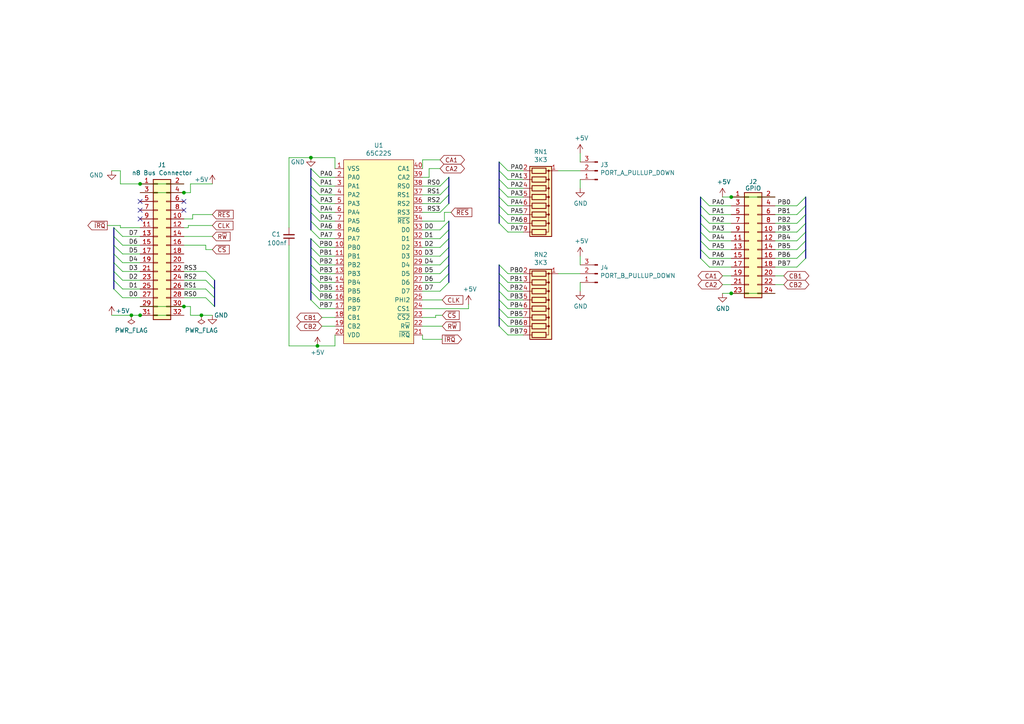
<source format=kicad_sch>
(kicad_sch (version 20230121) (generator eeschema)
  (paper "A4")
  (title_block (title "Viaduct") (date "2021-03-13") (rev "1") (comment 1 "GPIO n8 Bus expansion card") (comment 2 "Uses a VIA to provide 2 ports of GPIO"))
  (lib_symbols
    (symbol "Connector_Generic:Conn_02x12_Odd_Even" (pin_names (offset 1.016) hide)
      (property "Reference" "J" (at 1.27 15.24 0))
      (property "Value" "Conn_02x12_Odd_Even" (at 1.27 -17.78 0))
      (symbol "Conn_02x12_Odd_Even_1_1"
        (rectangle (start -1.27 -15.113) (end 0 -15.367) (stroke (width 0.1524)))
        (rectangle (start -1.27 -12.573) (end 0 -12.827) (stroke (width 0.1524)))
        (rectangle (start -1.27 -10.033) (end 0 -10.287) (stroke (width 0.1524)))
        (rectangle (start -1.27 -7.493) (end 0 -7.747) (stroke (width 0.1524)))
        (rectangle (start -1.27 -4.953) (end 0 -5.207) (stroke (width 0.1524)))
        (rectangle (start -1.27 -2.413) (end 0 -2.667) (stroke (width 0.1524)))
        (rectangle (start -1.27 0.127) (end 0 -0.127) (stroke (width 0.1524)))
        (rectangle (start -1.27 2.667) (end 0 2.413) (stroke (width 0.1524)))
        (rectangle (start -1.27 5.207) (end 0 4.953) (stroke (width 0.1524)))
        (rectangle (start -1.27 7.747) (end 0 7.493) (stroke (width 0.1524)))
        (rectangle (start -1.27 10.287) (end 0 10.033) (stroke (width 0.1524)))
        (rectangle (start -1.27 12.827) (end 0 12.573) (stroke (width 0.1524)))
        (rectangle (start -1.27 13.97) (end 3.81 -16.51) (stroke (width 0.254)) (fill (type background)))
        (rectangle (start 3.81 -15.113) (end 2.54 -15.367) (stroke (width 0.1524)))
        (rectangle (start 3.81 -12.573) (end 2.54 -12.827) (stroke (width 0.1524)))
        (rectangle (start 3.81 -10.033) (end 2.54 -10.287) (stroke (width 0.1524)))
        (rectangle (start 3.81 -7.493) (end 2.54 -7.747) (stroke (width 0.1524)))
        (rectangle (start 3.81 -4.953) (end 2.54 -5.207) (stroke (width 0.1524)))
        (rectangle (start 3.81 -2.413) (end 2.54 -2.667) (stroke (width 0.1524)))
        (rectangle (start 3.81 0.127) (end 2.54 -0.127) (stroke (width 0.1524)))
        (rectangle (start 3.81 2.667) (end 2.54 2.413) (stroke (width 0.1524)))
        (rectangle (start 3.81 5.207) (end 2.54 4.953) (stroke (width 0.1524)))
        (rectangle (start 3.81 7.747) (end 2.54 7.493) (stroke (width 0.1524)))
        (rectangle (start 3.81 10.287) (end 2.54 10.033) (stroke (width 0.1524)))
        (rectangle (start 3.81 12.827) (end 2.54 12.573) (stroke (width 0.1524)))
        (pin passive line (at -5.08 12.7 0) (length 3.81) (name "Pin_1") (number "1"))
        (pin passive line (at 7.62 2.54 180) (length 3.81) (name "Pin_10") (number "10"))
        (pin passive line (at -5.08 0 0) (length 3.81) (name "Pin_11") (number "11"))
        (pin passive line (at 7.62 0 180) (length 3.81) (name "Pin_12") (number "12"))
        (pin passive line (at -5.08 -2.54 0) (length 3.81) (name "Pin_13") (number "13"))
        (pin passive line (at 7.62 -2.54 180) (length 3.81) (name "Pin_14") (number "14"))
        (pin passive line (at -5.08 -5.08 0) (length 3.81) (name "Pin_15") (number "15"))
        (pin passive line (at 7.62 -5.08 180) (length 3.81) (name "Pin_16") (number "16"))
        (pin passive line (at -5.08 -7.62 0) (length 3.81) (name "Pin_17") (number "17"))
        (pin passive line (at 7.62 -7.62 180) (length 3.81) (name "Pin_18") (number "18"))
        (pin passive line (at -5.08 -10.16 0) (length 3.81) (name "Pin_19") (number "19"))
        (pin passive line (at 7.62 12.7 180) (length 3.81) (name "Pin_2") (number "2"))
        (pin passive line (at 7.62 -10.16 180) (length 3.81) (name "Pin_20") (number "20"))
        (pin passive line (at -5.08 -12.7 0) (length 3.81) (name "Pin_21") (number "21"))
        (pin passive line (at 7.62 -12.7 180) (length 3.81) (name "Pin_22") (number "22"))
        (pin passive line (at -5.08 -15.24 0) (length 3.81) (name "Pin_23") (number "23"))
        (pin passive line (at 7.62 -15.24 180) (length 3.81) (name "Pin_24") (number "24"))
        (pin passive line (at -5.08 10.16 0) (length 3.81) (name "Pin_3") (number "3"))
        (pin passive line (at 7.62 10.16 180) (length 3.81) (name "Pin_4") (number "4"))
        (pin passive line (at -5.08 7.62 0) (length 3.81) (name "Pin_5") (number "5"))
        (pin passive line (at 7.62 7.62 180) (length 3.81) (name "Pin_6") (number "6"))
        (pin passive line (at -5.08 5.08 0) (length 3.81) (name "Pin_7") (number "7"))
        (pin passive line (at 7.62 5.08 180) (length 3.81) (name "Pin_8") (number "8"))
        (pin passive line (at -5.08 2.54 0) (length 3.81) (name "Pin_9") (number "9"))
      )
    )
    (symbol "Connector_Generic:Conn_02x16_Odd_Even" (pin_names (offset 1.016) hide)
      (property "Reference" "J" (at 1.27 20.32 0))
      (property "Value" "Conn_02x16_Odd_Even" (at 1.27 -22.86 0))
      (symbol "Conn_02x16_Odd_Even_1_1"
        (rectangle (start -1.27 -20.193) (end 0 -20.447) (stroke (width 0.1524)))
        (rectangle (start -1.27 -17.653) (end 0 -17.907) (stroke (width 0.1524)))
        (rectangle (start -1.27 -15.113) (end 0 -15.367) (stroke (width 0.1524)))
        (rectangle (start -1.27 -12.573) (end 0 -12.827) (stroke (width 0.1524)))
        (rectangle (start -1.27 -10.033) (end 0 -10.287) (stroke (width 0.1524)))
        (rectangle (start -1.27 -7.493) (end 0 -7.747) (stroke (width 0.1524)))
        (rectangle (start -1.27 -4.953) (end 0 -5.207) (stroke (width 0.1524)))
        (rectangle (start -1.27 -2.413) (end 0 -2.667) (stroke (width 0.1524)))
        (rectangle (start -1.27 0.127) (end 0 -0.127) (stroke (width 0.1524)))
        (rectangle (start -1.27 2.667) (end 0 2.413) (stroke (width 0.1524)))
        (rectangle (start -1.27 5.207) (end 0 4.953) (stroke (width 0.1524)))
        (rectangle (start -1.27 7.747) (end 0 7.493) (stroke (width 0.1524)))
        (rectangle (start -1.27 10.287) (end 0 10.033) (stroke (width 0.1524)))
        (rectangle (start -1.27 12.827) (end 0 12.573) (stroke (width 0.1524)))
        (rectangle (start -1.27 15.367) (end 0 15.113) (stroke (width 0.1524)))
        (rectangle (start -1.27 17.907) (end 0 17.653) (stroke (width 0.1524)))
        (rectangle (start -1.27 19.05) (end 3.81 -21.59) (stroke (width 0.254)) (fill (type background)))
        (rectangle (start 3.81 -20.193) (end 2.54 -20.447) (stroke (width 0.1524)))
        (rectangle (start 3.81 -17.653) (end 2.54 -17.907) (stroke (width 0.1524)))
        (rectangle (start 3.81 -15.113) (end 2.54 -15.367) (stroke (width 0.1524)))
        (rectangle (start 3.81 -12.573) (end 2.54 -12.827) (stroke (width 0.1524)))
        (rectangle (start 3.81 -10.033) (end 2.54 -10.287) (stroke (width 0.1524)))
        (rectangle (start 3.81 -7.493) (end 2.54 -7.747) (stroke (width 0.1524)))
        (rectangle (start 3.81 -4.953) (end 2.54 -5.207) (stroke (width 0.1524)))
        (rectangle (start 3.81 -2.413) (end 2.54 -2.667) (stroke (width 0.1524)))
        (rectangle (start 3.81 0.127) (end 2.54 -0.127) (stroke (width 0.1524)))
        (rectangle (start 3.81 2.667) (end 2.54 2.413) (stroke (width 0.1524)))
        (rectangle (start 3.81 5.207) (end 2.54 4.953) (stroke (width 0.1524)))
        (rectangle (start 3.81 7.747) (end 2.54 7.493) (stroke (width 0.1524)))
        (rectangle (start 3.81 10.287) (end 2.54 10.033) (stroke (width 0.1524)))
        (rectangle (start 3.81 12.827) (end 2.54 12.573) (stroke (width 0.1524)))
        (rectangle (start 3.81 15.367) (end 2.54 15.113) (stroke (width 0.1524)))
        (rectangle (start 3.81 17.907) (end 2.54 17.653) (stroke (width 0.1524)))
        (pin passive line (at -5.08 17.78 0) (length 3.81) (name "Pin_1") (number "1"))
        (pin passive line (at 7.62 7.62 180) (length 3.81) (name "Pin_10") (number "10"))
        (pin passive line (at -5.08 5.08 0) (length 3.81) (name "Pin_11") (number "11"))
        (pin passive line (at 7.62 5.08 180) (length 3.81) (name "Pin_12") (number "12"))
        (pin passive line (at -5.08 2.54 0) (length 3.81) (name "Pin_13") (number "13"))
        (pin passive line (at 7.62 2.54 180) (length 3.81) (name "Pin_14") (number "14"))
        (pin passive line (at -5.08 0 0) (length 3.81) (name "Pin_15") (number "15"))
        (pin passive line (at 7.62 0 180) (length 3.81) (name "Pin_16") (number "16"))
        (pin passive line (at -5.08 -2.54 0) (length 3.81) (name "Pin_17") (number "17"))
        (pin passive line (at 7.62 -2.54 180) (length 3.81) (name "Pin_18") (number "18"))
        (pin passive line (at -5.08 -5.08 0) (length 3.81) (name "Pin_19") (number "19"))
        (pin passive line (at 7.62 17.78 180) (length 3.81) (name "Pin_2") (number "2"))
        (pin passive line (at 7.62 -5.08 180) (length 3.81) (name "Pin_20") (number "20"))
        (pin passive line (at -5.08 -7.62 0) (length 3.81) (name "Pin_21") (number "21"))
        (pin passive line (at 7.62 -7.62 180) (length 3.81) (name "Pin_22") (number "22"))
        (pin passive line (at -5.08 -10.16 0) (length 3.81) (name "Pin_23") (number "23"))
        (pin passive line (at 7.62 -10.16 180) (length 3.81) (name "Pin_24") (number "24"))
        (pin passive line (at -5.08 -12.7 0) (length 3.81) (name "Pin_25") (number "25"))
        (pin passive line (at 7.62 -12.7 180) (length 3.81) (name "Pin_26") (number "26"))
        (pin passive line (at -5.08 -15.24 0) (length 3.81) (name "Pin_27") (number "27"))
        (pin passive line (at 7.62 -15.24 180) (length 3.81) (name "Pin_28") (number "28"))
        (pin passive line (at -5.08 -17.78 0) (length 3.81) (name "Pin_29") (number "29"))
        (pin passive line (at -5.08 15.24 0) (length 3.81) (name "Pin_3") (number "3"))
        (pin passive line (at 7.62 -17.78 180) (length 3.81) (name "Pin_30") (number "30"))
        (pin passive line (at -5.08 -20.32 0) (length 3.81) (name "Pin_31") (number "31"))
        (pin passive line (at 7.62 -20.32 180) (length 3.81) (name "Pin_32") (number "32"))
        (pin passive line (at 7.62 15.24 180) (length 3.81) (name "Pin_4") (number "4"))
        (pin passive line (at -5.08 12.7 0) (length 3.81) (name "Pin_5") (number "5"))
        (pin passive line (at 7.62 12.7 180) (length 3.81) (name "Pin_6") (number "6"))
        (pin passive line (at -5.08 10.16 0) (length 3.81) (name "Pin_7") (number "7"))
        (pin passive line (at 7.62 10.16 180) (length 3.81) (name "Pin_8") (number "8"))
        (pin passive line (at -5.08 7.62 0) (length 3.81) (name "Pin_9") (number "9"))
      )
    )
    (symbol "Device:C_Small" (pin_numbers hide) (pin_names (offset 0.254) hide)
      (property "Reference" "C" (at 0.254 1.778 0))
      (property "Value" "C_Small" (at 0.254 -2.032 0))
      (symbol "C_Small_0_1"
        (polyline (pts (xy -1.524 -0.508) (xy 1.524 -0.508)) (stroke (width 0.3302)))
        (polyline (pts (xy -1.524 0.508) (xy 1.524 0.508)) (stroke (width 0.3048)))
      )
      (symbol "C_Small_1_1"
        (pin passive line (at 0 2.54 270) (length 2.032) (name "~") (number "1"))
        (pin passive line (at 0 -2.54 90) (length 2.032) (name "~") (number "2"))
      )
    )
    (symbol "Device:R_Network08" (pin_names (offset 0) hide)
      (property "Reference" "RN" (at -12.7 0 90))
      (property "Value" "R_Network08" (at 10.16 0 90))
      (symbol "R_Network08_0_1"
        (rectangle (start -11.43 -3.175) (end 8.89 3.175) (stroke (width 0.254)) (fill (type background)))
        (rectangle (start -10.922 1.524) (end -9.398 -2.54) (stroke (width 0.254)))
        (circle (center -10.16 2.286) (radius 0.254) (fill (type outline)))
        (rectangle (start -8.382 1.524) (end -6.858 -2.54) (stroke (width 0.254)))
        (circle (center -7.62 2.286) (radius 0.254) (fill (type outline)))
        (rectangle (start -5.842 1.524) (end -4.318 -2.54) (stroke (width 0.254)))
        (circle (center -5.08 2.286) (radius 0.254) (fill (type outline)))
        (rectangle (start -3.302 1.524) (end -1.778 -2.54) (stroke (width 0.254)))
        (circle (center -2.54 2.286) (radius 0.254) (fill (type outline)))
        (rectangle (start -0.762 1.524) (end 0.762 -2.54) (stroke (width 0.254)))
        (polyline (pts (xy -10.16 -2.54) (xy -10.16 -3.81)))
        (polyline (pts (xy -7.62 -2.54) (xy -7.62 -3.81)))
        (polyline (pts (xy -5.08 -2.54) (xy -5.08 -3.81)))
        (polyline (pts (xy -2.54 -2.54) (xy -2.54 -3.81)))
        (polyline (pts (xy 0 -2.54) (xy 0 -3.81)))
        (polyline (pts (xy 2.54 -2.54) (xy 2.54 -3.81)))
        (polyline (pts (xy 5.08 -2.54) (xy 5.08 -3.81)))
        (polyline (pts (xy 7.62 -2.54) (xy 7.62 -3.81)))
        (polyline (pts (xy -10.16 1.524) (xy -10.16 2.286) (xy -7.62 2.286) (xy -7.62 1.524)))
        (polyline (pts (xy -7.62 1.524) (xy -7.62 2.286) (xy -5.08 2.286) (xy -5.08 1.524)))
        (polyline (pts (xy -5.08 1.524) (xy -5.08 2.286) (xy -2.54 2.286) (xy -2.54 1.524)))
        (polyline (pts (xy -2.54 1.524) (xy -2.54 2.286) (xy 0 2.286) (xy 0 1.524)))
        (polyline (pts (xy 0 1.524) (xy 0 2.286) (xy 2.54 2.286) (xy 2.54 1.524)))
        (polyline (pts (xy 2.54 1.524) (xy 2.54 2.286) (xy 5.08 2.286) (xy 5.08 1.524)))
        (polyline (pts (xy 5.08 1.524) (xy 5.08 2.286) (xy 7.62 2.286) (xy 7.62 1.524)))
        (circle (center 0 2.286) (radius 0.254) (fill (type outline)))
        (rectangle (start 1.778 1.524) (end 3.302 -2.54) (stroke (width 0.254)))
        (circle (center 2.54 2.286) (radius 0.254) (fill (type outline)))
        (rectangle (start 4.318 1.524) (end 5.842 -2.54) (stroke (width 0.254)))
        (circle (center 5.08 2.286) (radius 0.254) (fill (type outline)))
        (rectangle (start 6.858 1.524) (end 8.382 -2.54) (stroke (width 0.254)))
      )
      (symbol "R_Network08_1_1"
        (pin passive line (at -10.16 5.08 270) (length 2.54) (name "common") (number "1"))
        (pin passive line (at -10.16 -5.08 90) (length 1.27) (name "R1") (number "2"))
        (pin passive line (at -7.62 -5.08 90) (length 1.27) (name "R2") (number "3"))
        (pin passive line (at -5.08 -5.08 90) (length 1.27) (name "R3") (number "4"))
        (pin passive line (at -2.54 -5.08 90) (length 1.27) (name "R4") (number "5"))
        (pin passive line (at 0 -5.08 90) (length 1.27) (name "R5") (number "6"))
        (pin passive line (at 2.54 -5.08 90) (length 1.27) (name "R6") (number "7"))
        (pin passive line (at 5.08 -5.08 90) (length 1.27) (name "R7") (number "8"))
        (pin passive line (at 7.62 -5.08 90) (length 1.27) (name "R8") (number "9"))
      )
    )
    (symbol "power:+5V" (power) (pin_names (offset 0))
      (property "Value" "+5V" (at 0 3.556 0))
      (symbol "+5V_0_1"
        (polyline (pts (xy -0.762 1.27) (xy 0 2.54)))
        (polyline (pts (xy 0 0) (xy 0 2.54)))
        (polyline (pts (xy 0 2.54) (xy 0.762 1.27)))
      )
      (symbol "+5V_1_1"
        (pin power_in line (at 0 0 90) (length 0) hide (name "+5V") (number "1"))
      )
    )
    (symbol "power:GND" (power) (pin_names (offset 0))
      (property "Value" "GND" (at 0 -3.81 0))
      (symbol "GND_0_1"
        (polyline (pts (xy 0 0) (xy 0 -1.27) (xy 1.27 -1.27) (xy 0 -2.54) (xy -1.27 -1.27) (xy 0 -1.27)))
      )
      (symbol "GND_1_1"
        (pin power_in line (at 0 0 270) (length 0) hide (name "GND") (number "1"))
      )
    )
    (symbol "power:PWR_FLAG" (power) (pin_numbers hide) (pin_names (offset 0) hide)
      (property "Value" "PWR_FLAG" (at 0 3.81 0))
      (symbol "PWR_FLAG_0_0"
        (pin power_out line (at 0 0 90) (length 0) (name "pwr") (number "1"))
      )
      (symbol "PWR_FLAG_0_1"
        (polyline (pts (xy 0 0) (xy 0 1.27) (xy -1.016 1.905) (xy 0 2.54) (xy 1.016 1.905) (xy 0 1.27)))
      )
    )
    (symbol "viaduct-rescue:65C22S-6502" (pin_names (offset 1.016))
      (property "Reference" "U" (at 0 -1.27 0))
      (property "Value" "65C22S-6502" (at 0 1.27 0))
      (symbol "65C22S-6502_1_1"
        (rectangle (start -10.16 25.4) (end 10.16 -27.94) (fill (type background)))
        (pin power_in line (at -12.7 22.86 0) (length 2.54) (name "VSS") (number "1"))
        (pin bidirectional line (at -12.7 0 0) (length 2.54) (name "PB0") (number "10"))
        (pin bidirectional line (at -12.7 -2.54 0) (length 2.54) (name "PB1") (number "11"))
        (pin bidirectional line (at -12.7 -5.08 0) (length 2.54) (name "PB2") (number "12"))
        (pin bidirectional line (at -12.7 -7.62 0) (length 2.54) (name "PB3") (number "13"))
        (pin bidirectional line (at -12.7 -10.16 0) (length 2.54) (name "PB4") (number "14"))
        (pin bidirectional line (at -12.7 -12.7 0) (length 2.54) (name "PB5") (number "15"))
        (pin bidirectional line (at -12.7 -15.24 0) (length 2.54) (name "PB6") (number "16"))
        (pin bidirectional line (at -12.7 -17.78 0) (length 2.54) (name "PB7") (number "17"))
        (pin bidirectional line (at -12.7 -20.32 0) (length 2.54) (name "CB1") (number "18"))
        (pin bidirectional line (at -12.7 -22.86 0) (length 2.54) (name "CB2") (number "19"))
        (pin bidirectional line (at -12.7 20.32 0) (length 2.54) (name "PA0") (number "2"))
        (pin power_in line (at -12.7 -25.4 0) (length 2.54) (name "VDD") (number "20"))
        (pin output line (at 12.7 -25.4 180) (length 2.54) (name "~{IRQ}") (number "21"))
        (pin input line (at 12.7 -22.86 180) (length 2.54) (name "R~{W}") (number "22"))
        (pin input line (at 12.7 -20.32 180) (length 2.54) (name "~{CS2}") (number "23"))
        (pin input line (at 12.7 -17.78 180) (length 2.54) (name "CS1") (number "24"))
        (pin input line (at 12.7 -15.24 180) (length 2.54) (name "PHI2") (number "25"))
        (pin bidirectional line (at 12.7 -12.7 180) (length 2.54) (name "D7") (number "26"))
        (pin bidirectional line (at 12.7 -10.16 180) (length 2.54) (name "D6") (number "27"))
        (pin bidirectional line (at 12.7 -7.62 180) (length 2.54) (name "D5") (number "28"))
        (pin bidirectional line (at 12.7 -5.08 180) (length 2.54) (name "D4") (number "29"))
        (pin bidirectional line (at -12.7 17.78 0) (length 2.54) (name "PA1") (number "3"))
        (pin bidirectional line (at 12.7 -2.54 180) (length 2.54) (name "D3") (number "30"))
        (pin bidirectional line (at 12.7 0 180) (length 2.54) (name "D2") (number "31"))
        (pin bidirectional line (at 12.7 2.54 180) (length 2.54) (name "D1") (number "32"))
        (pin bidirectional line (at 12.7 5.08 180) (length 2.54) (name "D0") (number "33"))
        (pin input line (at 12.7 7.62 180) (length 2.54) (name "~{RES}") (number "34"))
        (pin input line (at 12.7 10.16 180) (length 2.54) (name "RS3") (number "35"))
        (pin input line (at 12.7 12.7 180) (length 2.54) (name "RS2") (number "36"))
        (pin input line (at 12.7 15.24 180) (length 2.54) (name "RS1") (number "37"))
        (pin input line (at 12.7 17.78 180) (length 2.54) (name "RS0") (number "38"))
        (pin bidirectional line (at 12.7 20.32 180) (length 2.54) (name "CA2") (number "39"))
        (pin bidirectional line (at -12.7 15.24 0) (length 2.54) (name "PA2") (number "4"))
        (pin bidirectional line (at 12.7 22.86 180) (length 2.54) (name "CA1") (number "40"))
        (pin bidirectional line (at -12.7 12.7 0) (length 2.54) (name "PA3") (number "5"))
        (pin bidirectional line (at -12.7 10.16 0) (length 2.54) (name "PA4") (number "6"))
        (pin bidirectional line (at -12.7 7.62 0) (length 2.54) (name "PA5") (number "7"))
        (pin bidirectional line (at -12.7 5.08 0) (length 2.54) (name "PA6") (number "8"))
        (pin bidirectional line (at -12.7 2.54 0) (length 2.54) (name "PA7") (number "9"))
      )
    )
    (symbol "viaduct-rescue:Conn_01x03_Male-Connector" (pin_names (offset 1.016) hide)
      (property "Reference" "J" (at 0 5.08 0))
      (property "Value" "Connector_Conn_01x03_Male" (at 0 -5.08 0))
      (symbol "Conn_01x03_Male-Connector_1_1"
        (polyline (pts (xy 1.27 -2.54) (xy 0.8636 -2.54)) (stroke (width 0.1524)))
        (polyline (pts (xy 1.27 0) (xy 0.8636 0)) (stroke (width 0.1524)))
        (polyline (pts (xy 1.27 2.54) (xy 0.8636 2.54)) (stroke (width 0.1524)))
        (rectangle (start 0.8636 -2.413) (end 0 -2.667) (stroke (width 0.1524)) (fill (type outline)))
        (rectangle (start 0.8636 0.127) (end 0 -0.127) (stroke (width 0.1524)) (fill (type outline)))
        (rectangle (start 0.8636 2.667) (end 0 2.413) (stroke (width 0.1524)) (fill (type outline)))
        (pin passive line (at 5.08 2.54 180) (length 3.81) (name "Pin_1") (number "1"))
        (pin passive line (at 5.08 0 180) (length 3.81) (name "Pin_2") (number "2"))
        (pin passive line (at 5.08 -2.54 180) (length 3.81) (name "Pin_3") (number "3"))
      )
    )
  )
  (junction (at 38.1 91.44))
  (junction (at 212.09 85.09))
  (junction (at 92.075 100.33))
  (junction (at 212.09 57.15))
  (junction (at 40.64 53.34))
  (junction (at 40.64 91.44))
  (junction (at 90.17 45.72))
  (junction (at 53.34 88.9))
  (junction (at 58.42 91.44))
  (junction (at 53.34 55.88))
  (no_connect (at 40.64 58.42))
  (no_connect (at 40.64 63.5))
  (no_connect (at 53.34 58.42))
  (no_connect (at 53.34 60.96))
  (no_connect (at 40.64 60.96))
  (bus_entry (at 233.68 64.77) (size -2.54 2.54))
  (bus_entry (at 90.17 56.515) (size 2.54 2.54))
  (bus_entry (at 144.78 59.69) (size 2.54 2.54))
  (bus_entry (at 203.2 62.23) (size 2.54 2.54))
  (bus_entry (at 35.56 73.66) (size -2.54 -2.54))
  (bus_entry (at 90.17 48.895) (size 2.54 2.54))
  (bus_entry (at 203.2 59.69) (size 2.54 2.54))
  (bus_entry (at 90.17 66.675) (size 2.54 2.54))
  (bus_entry (at 90.17 71.755) (size 2.54 2.54))
  (bus_entry (at 62.23 86.36) (size -2.54 -2.54))
  (bus_entry (at 144.78 52.07) (size 2.54 2.54))
  (bus_entry (at 233.68 74.93) (size -2.54 2.54))
  (bus_entry (at 130.175 66.675) (size -2.54 2.54))
  (bus_entry (at 144.78 81.915) (size 2.54 2.54))
  (bus_entry (at 203.2 69.85) (size 2.54 2.54))
  (bus_entry (at 130.175 74.295) (size -2.54 2.54))
  (bus_entry (at 144.78 92.075) (size 2.54 2.54))
  (bus_entry (at 144.78 54.61) (size 2.54 2.54))
  (bus_entry (at 144.78 94.615) (size 2.54 2.54))
  (bus_entry (at 90.17 81.915) (size 2.54 2.54))
  (bus_entry (at 90.17 86.995) (size 2.54 2.54))
  (bus_entry (at 90.17 84.455) (size 2.54 2.54))
  (bus_entry (at 203.2 67.31) (size 2.54 2.54))
  (bus_entry (at 233.68 59.69) (size -2.54 2.54))
  (bus_entry (at 144.78 64.77) (size 2.54 2.54))
  (bus_entry (at 130.175 71.755) (size -2.54 2.54))
  (bus_entry (at 130.175 51.435) (size -2.54 2.54))
  (bus_entry (at 35.56 78.74) (size -2.54 -2.54))
  (bus_entry (at 144.78 46.99) (size 2.54 2.54))
  (bus_entry (at 90.17 79.375) (size 2.54 2.54))
  (bus_entry (at 130.175 79.375) (size -2.54 2.54))
  (bus_entry (at 62.23 81.28) (size -2.54 -2.54))
  (bus_entry (at 233.68 67.31) (size -2.54 2.54))
  (bus_entry (at 144.78 84.455) (size 2.54 2.54))
  (bus_entry (at 130.175 81.915) (size -2.54 2.54))
  (bus_entry (at 130.175 69.215) (size -2.54 2.54))
  (bus_entry (at 90.17 61.595) (size 2.54 2.54))
  (bus_entry (at 90.17 53.975) (size 2.54 2.54))
  (bus_entry (at 62.23 83.82) (size -2.54 -2.54))
  (bus_entry (at 130.175 59.055) (size -2.54 2.54))
  (bus_entry (at 144.78 62.23) (size 2.54 2.54))
  (bus_entry (at 90.17 76.835) (size 2.54 2.54))
  (bus_entry (at 233.68 62.23) (size -2.54 2.54))
  (bus_entry (at 35.56 71.12) (size -2.54 -2.54))
  (bus_entry (at 203.2 57.15) (size 2.54 2.54))
  (bus_entry (at 203.2 74.93) (size 2.54 2.54))
  (bus_entry (at 144.78 76.835) (size 2.54 2.54))
  (bus_entry (at 35.56 83.82) (size -2.54 -2.54))
  (bus_entry (at 130.175 56.515) (size -2.54 2.54))
  (bus_entry (at 90.17 64.135) (size 2.54 2.54))
  (bus_entry (at 144.78 89.535) (size 2.54 2.54))
  (bus_entry (at 62.23 88.9) (size -2.54 -2.54))
  (bus_entry (at 144.78 86.995) (size 2.54 2.54))
  (bus_entry (at 35.56 76.2) (size -2.54 -2.54))
  (bus_entry (at 144.78 57.15) (size 2.54 2.54))
  (bus_entry (at 233.68 69.85) (size -2.54 2.54))
  (bus_entry (at 35.56 81.28) (size -2.54 -2.54))
  (bus_entry (at 35.56 86.36) (size -2.54 -2.54))
  (bus_entry (at 90.17 59.055) (size 2.54 2.54))
  (bus_entry (at 130.175 53.975) (size -2.54 2.54))
  (bus_entry (at 144.78 79.375) (size 2.54 2.54))
  (bus_entry (at 90.17 69.215) (size 2.54 2.54))
  (bus_entry (at 203.2 64.77) (size 2.54 2.54))
  (bus_entry (at 233.68 57.15) (size -2.54 2.54))
  (bus_entry (at 130.175 64.135) (size -2.54 2.54))
  (bus_entry (at 233.68 72.39) (size -2.54 2.54))
  (bus_entry (at 203.2 72.39) (size 2.54 2.54))
  (bus_entry (at 35.56 68.58) (size -2.54 -2.54))
  (bus_entry (at 144.78 49.53) (size 2.54 2.54))
  (bus_entry (at 130.175 76.835) (size -2.54 2.54))
  (bus_entry (at 90.17 74.295) (size 2.54 2.54))
  (bus_entry (at 90.17 51.435) (size 2.54 2.54))
  (wire (pts (xy 212.09 85.09) (xy 224.79 85.09)))
  (wire (pts (xy 161.925 49.53) (xy 168.275 49.53)))
  (wire (pts (xy 147.32 86.995) (xy 151.765 86.995)))
  (wire (pts (xy 128.905 61.595) (xy 130.81 61.595)))
  (wire (pts (xy 53.34 66.04) (xy 54.61 66.04)))
  (wire (pts (xy 55.88 63.5) (xy 55.88 62.23)))
  (wire (pts (xy 147.32 54.61) (xy 151.765 54.61)))
  (bus (pts (xy 62.23 83.82) (xy 62.23 86.36)))
  (bus (pts (xy 90.17 59.055) (xy 90.17 61.595)))
  (wire (pts (xy 212.09 57.15) (xy 224.79 57.15)))
  (wire (pts (xy 53.34 68.58) (xy 61.595 68.58)))
  (wire (pts (xy 147.32 89.535) (xy 151.765 89.535)))
  (wire (pts (xy 205.74 64.77) (xy 212.09 64.77)))
  (wire (pts (xy 135.89 89.535) (xy 135.89 88.265)))
  (wire (pts (xy 92.71 51.435) (xy 97.155 51.435)))
  (wire (pts (xy 122.555 86.995) (xy 128.27 86.995)))
  (bus (pts (xy 233.68 69.85) (xy 233.68 72.39)))
  (bus (pts (xy 130.175 74.295) (xy 130.175 76.835)))
  (bus (pts (xy 130.175 66.675) (xy 130.175 69.215)))
  (wire (pts (xy 58.42 91.44) (xy 61.595 91.44)))
  (wire (pts (xy 122.555 81.915) (xy 127.635 81.915)))
  (bus (pts (xy 90.17 74.295) (xy 90.17 76.835)))
  (wire (pts (xy 40.64 86.36) (xy 35.56 86.36)))
  (wire (pts (xy 205.74 62.23) (xy 212.09 62.23)))
  (bus (pts (xy 203.2 62.23) (xy 203.2 64.77)))
  (bus (pts (xy 203.2 57.15) (xy 203.2 59.69)))
  (bus (pts (xy 90.17 69.215) (xy 90.17 71.755)))
  (wire (pts (xy 34.925 49.53) (xy 32.385 49.53)))
  (wire (pts (xy 93.345 92.075) (xy 97.155 92.075)))
  (bus (pts (xy 130.175 53.975) (xy 130.175 56.515)))
  (bus (pts (xy 90.17 76.835) (xy 90.17 79.375)))
  (wire (pts (xy 122.555 74.295) (xy 127.635 74.295)))
  (wire (pts (xy 147.32 57.15) (xy 151.765 57.15)))
  (wire (pts (xy 40.64 81.28) (xy 35.56 81.28)))
  (wire (pts (xy 34.925 53.34) (xy 40.64 53.34)))
  (bus (pts (xy 33.02 71.12) (xy 33.02 73.66)))
  (wire (pts (xy 126.365 91.44) (xy 128.27 91.44)))
  (wire (pts (xy 40.64 55.88) (xy 53.34 55.88)))
  (wire (pts (xy 205.74 59.69) (xy 212.09 59.69)))
  (wire (pts (xy 34.925 53.34) (xy 34.925 49.53)))
  (bus (pts (xy 144.78 92.075) (xy 144.78 94.615)))
  (bus (pts (xy 130.175 79.375) (xy 130.175 81.915)))
  (wire (pts (xy 122.555 92.075) (xy 126.365 92.075)))
  (bus (pts (xy 33.02 66.04) (xy 33.02 68.58)))
  (wire (pts (xy 55.245 53.34) (xy 61.595 53.34)))
  (wire (pts (xy 34.925 66.04) (xy 34.925 65.405)))
  (wire (pts (xy 55.245 91.44) (xy 58.42 91.44)))
  (wire (pts (xy 97.155 45.72) (xy 90.17 45.72)))
  (wire (pts (xy 161.925 79.375) (xy 168.275 79.375)))
  (wire (pts (xy 168.275 84.455) (xy 168.275 81.915)))
  (wire (pts (xy 40.64 73.66) (xy 35.56 73.66)))
  (wire (pts (xy 40.64 88.9) (xy 53.34 88.9)))
  (bus (pts (xy 90.17 64.135) (xy 90.17 66.675)))
  (wire (pts (xy 122.555 48.895) (xy 122.555 46.355)))
  (wire (pts (xy 92.71 69.215) (xy 97.155 69.215)))
  (wire (pts (xy 97.155 48.895) (xy 97.155 45.72)))
  (wire (pts (xy 55.88 62.23) (xy 61.595 62.23)))
  (wire (pts (xy 92.71 76.835) (xy 97.155 76.835)))
  (wire (pts (xy 224.79 62.23) (xy 231.14 62.23)))
  (wire (pts (xy 224.79 69.85) (xy 231.14 69.85)))
  (bus (pts (xy 144.78 49.53) (xy 144.78 52.07)))
  (wire (pts (xy 40.64 71.12) (xy 35.56 71.12)))
  (bus (pts (xy 233.68 72.39) (xy 233.68 74.93)))
  (wire (pts (xy 40.64 53.34) (xy 53.34 53.34)))
  (bus (pts (xy 144.78 62.23) (xy 144.78 64.77)))
  (bus (pts (xy 203.2 72.39) (xy 203.2 74.93)))
  (wire (pts (xy 224.79 82.55) (xy 227.33 82.55)))
  (wire (pts (xy 122.555 71.755) (xy 127.635 71.755)))
  (wire (pts (xy 209.55 80.01) (xy 212.09 80.01)))
  (wire (pts (xy 224.79 80.01) (xy 227.33 80.01)))
  (bus (pts (xy 144.78 54.61) (xy 144.78 57.15)))
  (wire (pts (xy 147.32 62.23) (xy 151.765 62.23)))
  (wire (pts (xy 54.61 66.04) (xy 54.61 65.405)))
  (bus (pts (xy 233.68 59.69) (xy 233.68 62.23)))
  (bus (pts (xy 33.02 68.58) (xy 33.02 71.12)))
  (wire (pts (xy 53.34 83.82) (xy 59.69 83.82)))
  (wire (pts (xy 40.64 78.74) (xy 35.56 78.74)))
  (wire (pts (xy 93.345 94.615) (xy 97.155 94.615)))
  (wire (pts (xy 122.555 79.375) (xy 127.635 79.375)))
  (bus (pts (xy 90.17 79.375) (xy 90.17 81.915)))
  (wire (pts (xy 147.32 52.07) (xy 151.765 52.07)))
  (wire (pts (xy 92.71 56.515) (xy 97.155 56.515)))
  (wire (pts (xy 40.64 66.04) (xy 34.925 66.04)))
  (bus (pts (xy 203.2 59.69) (xy 203.2 62.23)))
  (bus (pts (xy 130.175 76.835) (xy 130.175 79.375)))
  (bus (pts (xy 144.78 57.15) (xy 144.78 59.69)))
  (wire (pts (xy 122.555 61.595) (xy 127.635 61.595)))
  (wire (pts (xy 92.71 59.055) (xy 97.155 59.055)))
  (wire (pts (xy 92.71 89.535) (xy 97.155 89.535)))
  (bus (pts (xy 130.175 64.135) (xy 130.175 66.675)))
  (wire (pts (xy 122.555 66.675) (xy 127.635 66.675)))
  (wire (pts (xy 147.32 79.375) (xy 151.765 79.375)))
  (wire (pts (xy 40.64 76.2) (xy 35.56 76.2)))
  (bus (pts (xy 144.78 79.375) (xy 144.78 81.915)))
  (bus (pts (xy 144.78 46.99) (xy 144.78 49.53)))
  (bus (pts (xy 33.02 81.28) (xy 33.02 83.82)))
  (wire (pts (xy 83.82 45.72) (xy 83.82 66.04)))
  (bus (pts (xy 130.175 71.755) (xy 130.175 74.295)))
  (wire (pts (xy 124.46 51.435) (xy 124.46 48.895)))
  (bus (pts (xy 144.78 89.535) (xy 144.78 92.075)))
  (bus (pts (xy 233.68 62.23) (xy 233.68 64.77)))
  (bus (pts (xy 233.68 57.15) (xy 233.68 59.69)))
  (wire (pts (xy 205.74 77.47) (xy 212.09 77.47)))
  (wire (pts (xy 90.17 45.72) (xy 83.82 45.72)))
  (wire (pts (xy 147.32 84.455) (xy 151.765 84.455)))
  (bus (pts (xy 130.175 56.515) (xy 130.175 59.055)))
  (wire (pts (xy 92.71 79.375) (xy 97.155 79.375)))
  (bus (pts (xy 90.17 71.755) (xy 90.17 74.295)))
  (wire (pts (xy 209.55 82.55) (xy 212.09 82.55)))
  (bus (pts (xy 62.23 86.36) (xy 62.23 88.9)))
  (bus (pts (xy 233.68 64.77) (xy 233.68 67.31)))
  (wire (pts (xy 40.64 68.58) (xy 35.56 68.58)))
  (bus (pts (xy 90.17 61.595) (xy 90.17 64.135)))
  (bus (pts (xy 144.78 84.455) (xy 144.78 86.995)))
  (wire (pts (xy 122.555 56.515) (xy 127.635 56.515)))
  (wire (pts (xy 53.34 86.36) (xy 59.69 86.36)))
  (wire (pts (xy 122.555 51.435) (xy 124.46 51.435)))
  (wire (pts (xy 124.46 48.895) (xy 127.635 48.895)))
  (bus (pts (xy 90.17 84.455) (xy 90.17 86.995)))
  (bus (pts (xy 144.78 86.995) (xy 144.78 89.535)))
  (wire (pts (xy 92.71 71.755) (xy 97.155 71.755)))
  (wire (pts (xy 97.155 97.155) (xy 97.155 100.33)))
  (bus (pts (xy 90.17 81.915) (xy 90.17 84.455)))
  (wire (pts (xy 147.32 49.53) (xy 151.765 49.53)))
  (wire (pts (xy 147.32 67.31) (xy 151.765 67.31)))
  (wire (pts (xy 92.71 74.295) (xy 97.155 74.295)))
  (bus (pts (xy 203.2 69.85) (xy 203.2 72.39)))
  (wire (pts (xy 224.79 64.77) (xy 231.14 64.77)))
  (bus (pts (xy 144.78 59.69) (xy 144.78 62.23)))
  (wire (pts (xy 128.905 64.135) (xy 128.905 61.595)))
  (wire (pts (xy 205.74 72.39) (xy 212.09 72.39)))
  (bus (pts (xy 130.175 51.435) (xy 130.175 53.975)))
  (bus (pts (xy 33.02 73.66) (xy 33.02 76.2)))
  (wire (pts (xy 205.74 67.31) (xy 212.09 67.31)))
  (wire (pts (xy 83.82 100.33) (xy 83.82 71.12)))
  (bus (pts (xy 90.17 48.895) (xy 90.17 51.435)))
  (wire (pts (xy 224.79 72.39) (xy 231.14 72.39)))
  (wire (pts (xy 147.32 94.615) (xy 151.765 94.615)))
  (wire (pts (xy 122.555 46.355) (xy 127.635 46.355)))
  (wire (pts (xy 53.34 81.28) (xy 59.69 81.28)))
  (bus (pts (xy 144.78 81.915) (xy 144.78 84.455)))
  (bus (pts (xy 33.02 76.2) (xy 33.02 78.74)))
  (wire (pts (xy 205.74 74.93) (xy 212.09 74.93)))
  (wire (pts (xy 122.555 53.975) (xy 127.635 53.975)))
  (wire (pts (xy 224.79 77.47) (xy 231.14 77.47)))
  (wire (pts (xy 147.32 81.915) (xy 151.765 81.915)))
  (wire (pts (xy 55.245 88.9) (xy 55.245 91.44)))
  (wire (pts (xy 147.32 59.69) (xy 151.765 59.69)))
  (wire (pts (xy 97.155 100.33) (xy 92.075 100.33)))
  (wire (pts (xy 168.275 54.61) (xy 168.275 52.07)))
  (wire (pts (xy 53.34 78.74) (xy 59.69 78.74)))
  (wire (pts (xy 122.555 69.215) (xy 127.635 69.215)))
  (wire (pts (xy 92.71 61.595) (xy 97.155 61.595)))
  (wire (pts (xy 59.69 72.39) (xy 61.595 72.39)))
  (wire (pts (xy 38.1 91.44) (xy 40.64 91.44)))
  (wire (pts (xy 126.365 92.075) (xy 126.365 91.44)))
  (bus (pts (xy 90.17 56.515) (xy 90.17 59.055)))
  (bus (pts (xy 90.17 51.435) (xy 90.17 53.975)))
  (wire (pts (xy 212.09 85.09) (xy 209.55 85.09)))
  (wire (pts (xy 122.555 89.535) (xy 135.89 89.535)))
  (bus (pts (xy 90.17 53.975) (xy 90.17 56.515)))
  (wire (pts (xy 40.64 91.44) (xy 53.34 91.44)))
  (wire (pts (xy 224.79 67.31) (xy 231.14 67.31)))
  (wire (pts (xy 53.34 71.12) (xy 59.69 71.12)))
  (wire (pts (xy 122.555 94.615) (xy 128.27 94.615)))
  (wire (pts (xy 92.71 81.915) (xy 97.155 81.915)))
  (wire (pts (xy 34.925 65.405) (xy 31.115 65.405)))
  (wire (pts (xy 122.555 64.135) (xy 128.905 64.135)))
  (wire (pts (xy 53.34 88.9) (xy 55.245 88.9)))
  (wire (pts (xy 224.79 74.93) (xy 231.14 74.93)))
  (wire (pts (xy 92.71 53.975) (xy 97.155 53.975)))
  (wire (pts (xy 53.34 63.5) (xy 55.88 63.5)))
  (bus (pts (xy 62.23 81.28) (xy 62.23 83.82)))
  (wire (pts (xy 147.32 64.77) (xy 151.765 64.77)))
  (wire (pts (xy 168.275 44.45) (xy 168.275 46.99)))
  (wire (pts (xy 224.79 59.69) (xy 231.14 59.69)))
  (wire (pts (xy 92.71 66.675) (xy 97.155 66.675)))
  (wire (pts (xy 32.385 91.44) (xy 38.1 91.44)))
  (bus (pts (xy 33.02 78.74) (xy 33.02 81.28)))
  (wire (pts (xy 55.245 55.88) (xy 55.245 53.34)))
  (bus (pts (xy 203.2 67.31) (xy 203.2 69.85)))
  (wire (pts (xy 53.34 55.88) (xy 55.245 55.88)))
  (wire (pts (xy 92.71 84.455) (xy 97.155 84.455)))
  (bus (pts (xy 130.175 69.215) (xy 130.175 71.755)))
  (bus (pts (xy 233.68 67.31) (xy 233.68 69.85)))
  (wire (pts (xy 122.555 98.425) (xy 128.27 98.425)))
  (wire (pts (xy 92.71 64.135) (xy 97.155 64.135)))
  (bus (pts (xy 144.78 52.07) (xy 144.78 54.61)))
  (wire (pts (xy 147.32 97.155) (xy 151.765 97.155)))
  (wire (pts (xy 212.09 57.15) (xy 209.55 57.15)))
  (wire (pts (xy 92.71 86.995) (xy 97.155 86.995)))
  (wire (pts (xy 92.075 100.33) (xy 83.82 100.33)))
  (wire (pts (xy 40.64 83.82) (xy 35.56 83.82)))
  (wire (pts (xy 122.555 59.055) (xy 127.635 59.055)))
  (wire (pts (xy 168.275 74.295) (xy 168.275 76.835)))
  (bus (pts (xy 144.78 76.835) (xy 144.78 79.375)))
  (wire (pts (xy 122.555 76.835) (xy 127.635 76.835)))
  (wire (pts (xy 122.555 84.455) (xy 127.635 84.455)))
  (bus (pts (xy 203.2 64.77) (xy 203.2 67.31)))
  (wire (pts (xy 205.74 69.85) (xy 212.09 69.85)))
  (wire (pts (xy 122.555 97.155) (xy 122.555 98.425)))
  (wire (pts (xy 59.69 71.12) (xy 59.69 72.39)))
  (wire (pts (xy 147.32 92.075) (xy 151.765 92.075)))
  (wire (pts (xy 54.61 65.405) (xy 61.595 65.405)))
  (label "PB6" (at 225.425 74.93 0))
  (label "PB1" (at 151.765 81.915 180))
  (label "D3" (at 125.73 74.295 180))
  (label "PA1" (at 210.185 62.23 180))
  (label "PB7" (at 96.52 89.535 180))
  (label "PA6" (at 210.185 74.93 180))
  (label "D4" (at 125.73 76.835 180))
  (label "D4" (at 40.005 76.2 180))
  (label "D5" (at 125.73 79.375 180))
  (label "RS3" (at 57.15 78.74 180))
  (label "PB2" (at 225.425 64.77 0))
  (label "PA0" (at 151.765 49.53 180))
  (label "PA4" (at 151.765 59.69 180))
  (label "PA5" (at 96.52 64.135 180))
  (label "PA0" (at 96.52 51.435 180))
  (label "RS2" (at 57.15 81.28 180))
  (label "PB5" (at 225.425 72.39 0))
  (label "D7" (at 40.005 68.58 180))
  (label "PA3" (at 210.185 67.31 180))
  (label "D0" (at 40.005 86.36 180))
  (label "PA1" (at 96.52 53.975 180))
  (label "RS2" (at 123.825 59.055 0))
  (label "PA2" (at 210.185 64.77 180))
  (label "D2" (at 40.005 81.28 180))
  (label "PA3" (at 96.52 59.055 180))
  (label "PB5" (at 96.52 84.455 180))
  (label "PB0" (at 225.425 59.69 0))
  (label "PB3" (at 225.425 67.31 0))
  (label "PA6" (at 96.52 66.675 180))
  (label "PB7" (at 151.765 97.155 180))
  (label "PB4" (at 225.425 69.85 0))
  (label "PA4" (at 210.185 69.85 180))
  (label "PA4" (at 96.52 61.595 180))
  (label "RS0" (at 57.15 86.36 180))
  (label "RS1" (at 57.15 83.82 180))
  (label "RS1" (at 123.825 56.515 0))
  (label "PB2" (at 96.52 76.835 180))
  (label "PB6" (at 96.52 86.995 180))
  (label "PA1" (at 151.765 52.07 180))
  (label "PA0" (at 210.185 59.69 180))
  (label "D1" (at 125.73 69.215 180))
  (label "PB6" (at 151.765 94.615 180))
  (label "PA5" (at 151.765 62.23 180))
  (label "PB1" (at 96.52 74.295 180))
  (label "D6" (at 125.73 81.915 180))
  (label "D3" (at 40.005 78.74 180))
  (label "PB4" (at 96.52 81.915 180))
  (label "D5" (at 40.005 73.66 180))
  (label "PB3" (at 151.765 86.995 180))
  (label "PA2" (at 96.52 56.515 180))
  (label "PB7" (at 225.425 77.47 0))
  (label "D0" (at 125.73 66.675 180))
  (label "PA7" (at 151.765 67.31 180))
  (label "PB1" (at 225.425 62.23 0))
  (label "RS3" (at 123.825 61.595 0))
  (label "D7" (at 125.73 84.455 180))
  (label "PA3" (at 151.765 57.15 180))
  (label "PB3" (at 96.52 79.375 180))
  (label "PA7" (at 210.185 77.47 180))
  (label "PB0" (at 151.765 79.375 180))
  (label "PB4" (at 151.765 89.535 180))
  (label "PA6" (at 151.765 64.77 180))
  (label "PA7" (at 96.52 69.215 180))
  (label "D2" (at 125.73 71.755 180))
  (label "PA5" (at 210.185 72.39 180))
  (label "RS0" (at 123.825 53.975 0))
  (label "PA2" (at 151.765 54.61 180))
  (label "D6" (at 40.005 71.12 180))
  (label "PB5" (at 151.765 92.075 180))
  (label "D1" (at 40.005 83.82 180))
  (label "PB2" (at 151.765 84.455 180))
  (label "PB0" (at 96.52 71.755 180))
  (global_label "~{RES}" (shape input) (at 130.81 61.595 0) (property "Intersheetrefs" "${INTERSHEET_REFS}" (effects hide)))
  (global_label "~{IRQ}" (shape output) (at 128.27 98.425 0) (property "Intersheetrefs" "${INTERSHEET_REFS}" (effects hide)))
  (global_label "CB2" (shape bidirectional) (at 227.33 82.55 0) (property "Intersheetrefs" "${INTERSHEET_REFS}" (effects hide)))
  (global_label "CA1" (shape bidirectional) (at 127.635 46.355 0) (property "Intersheetrefs" "${INTERSHEET_REFS}" (effects hide)))
  (global_label "CA2" (shape bidirectional) (at 209.55 82.55 180) (property "Intersheetrefs" "${INTERSHEET_REFS}" (effects hide)))
  (global_label "~{RES}" (shape input) (at 61.595 62.23 0) (property "Intersheetrefs" "${INTERSHEET_REFS}" (effects hide)))
  (global_label "R~{W}" (shape input) (at 61.595 68.58 0) (property "Intersheetrefs" "${INTERSHEET_REFS}" (effects hide)))
  (global_label "CB2" (shape bidirectional) (at 93.345 94.615 180) (property "Intersheetrefs" "${INTERSHEET_REFS}" (effects hide)))
  (global_label "CLK" (shape input) (at 128.27 86.995 0) (property "Intersheetrefs" "${INTERSHEET_REFS}" (effects hide)))
  (global_label "~{CS}" (shape input) (at 61.595 72.39 0) (property "Intersheetrefs" "${INTERSHEET_REFS}" (effects hide)))
  (global_label "~{CS}" (shape input) (at 128.27 91.44 0) (property "Intersheetrefs" "${INTERSHEET_REFS}" (effects hide)))
  (global_label "~{IRQ}" (shape output) (at 31.115 65.405 180) (property "Intersheetrefs" "${INTERSHEET_REFS}" (effects hide)))
  (global_label "CA1" (shape bidirectional) (at 209.55 80.01 180) (property "Intersheetrefs" "${INTERSHEET_REFS}" (effects hide)))
  (global_label "CLK" (shape input) (at 61.595 65.405 0) (property "Intersheetrefs" "${INTERSHEET_REFS}" (effects hide)))
  (global_label "CB1" (shape bidirectional) (at 227.33 80.01 0) (property "Intersheetrefs" "${INTERSHEET_REFS}" (effects hide)))
  (global_label "R~{W}" (shape input) (at 128.27 94.615 0) (property "Intersheetrefs" "${INTERSHEET_REFS}" (effects hide)))
  (global_label "CB1" (shape bidirectional) (at 93.345 92.075 180) (property "Intersheetrefs" "${INTERSHEET_REFS}" (effects hide)))
  (global_label "CA2" (shape bidirectional) (at 127.635 48.895 0) (property "Intersheetrefs" "${INTERSHEET_REFS}" (effects hide)))
  (symbol (lib_id "viaduct-rescue:65C22S-6502") (at 109.855 71.755 0) (unit 1)
    (property "Reference" "U1" (at 109.855 42.164 0))
    (property "Value" "65C22S" (at 109.855 44.4754 0))
    (property "Footprint" "Package_DIP:DIP-40_W15.24mm_Socket" (effects hide))
  )
  (symbol (lib_id "power:+5V") (at 92.075 100.33 0) (unit 1)
    (property "Reference" "#PWR013" (effects hide))
    (property "Value" "+5V" (at 92.075 102.235 0))
  )
  (symbol (lib_id "power:GND") (at 90.17 45.72 0) (unit 1)
    (property "Reference" "#PWR02" (effects hide))
    (property "Value" "GND" (at 86.36 46.99 0))
  )
  (symbol (lib_id "power:+5V") (at 135.89 88.265 0) (unit 1)
    (property "Reference" "#PWR010" (effects hide))
    (property "Value" "+5V" (at 136.271 83.8708 0))
  )
  (symbol (lib_id "Device:R_Network08") (at 156.845 59.69 270) (unit 1)
    (property "Reference" "RN1" (at 156.845 44.0182 90))
    (property "Value" "3K3" (at 156.845 46.3296 90))
    (property "Footprint" "Resistor_THT:R_Array_SIP9" (effects hide))
    (property "Datasheet" "http://www.vishay.com/docs/31509/csc.pdf" (effects hide))
  )
  (symbol (lib_id "viaduct-rescue:Conn_01x03_Male-Connector") (at 173.355 49.53 180) (unit 1)
    (property "Reference" "J3" (at 174.0662 47.8028 0) (effects (justify right)))
    (property "Value" "PORT_A_PULLUP_DOWN" (at 174.0662 50.1142 0) (effects (justify right)))
    (property "Footprint" "Connector_PinHeader_2.54mm:PinHeader_1x03_P2.54mm_Vertical" (effects hide))
  )
  (symbol (lib_id "power:+5V") (at 168.275 44.45 0) (unit 1)
    (property "Reference" "#PWR01" (effects hide))
    (property "Value" "+5V" (at 168.656 40.0558 0))
  )
  (symbol (lib_id "power:GND") (at 168.275 54.61 0) (unit 1)
    (property "Reference" "#PWR05" (effects hide))
    (property "Value" "GND" (at 168.402 59.0042 0))
  )
  (symbol (lib_id "power:+5V") (at 209.55 57.15 0) (unit 1)
    (property "Reference" "#PWR06" (effects hide))
    (property "Value" "+5V" (at 209.931 52.7558 0))
  )
  (symbol (lib_id "power:GND") (at 209.55 85.09 0) (unit 1)
    (property "Reference" "#PWR09" (effects hide))
    (property "Value" "GND" (at 209.677 89.4842 0))
  )
  (symbol (lib_id "Device:R_Network08") (at 156.845 89.535 270) (unit 1)
    (property "Reference" "RN2" (at 156.845 73.8632 90))
    (property "Value" "3K3" (at 156.845 76.1746 90))
    (property "Footprint" "Resistor_THT:R_Array_SIP9" (effects hide))
    (property "Datasheet" "http://www.vishay.com/docs/31509/csc.pdf" (effects hide))
  )
  (symbol (lib_id "viaduct-rescue:Conn_01x03_Male-Connector") (at 173.355 79.375 180) (unit 1)
    (property "Reference" "J4" (at 174.0662 77.6478 0) (effects (justify right)))
    (property "Value" "PORT_B_PULLUP_DOWN" (at 174.0662 79.9592 0) (effects (justify right)))
    (property "Footprint" "Connector_PinHeader_2.54mm:PinHeader_1x03_P2.54mm_Vertical" (effects hide))
  )
  (symbol (lib_id "power:+5V") (at 168.275 74.295 0) (unit 1)
    (property "Reference" "#PWR07" (effects hide))
    (property "Value" "+5V" (at 168.656 69.9008 0))
  )
  (symbol (lib_id "power:GND") (at 168.275 84.455 0) (unit 1)
    (property "Reference" "#PWR08" (effects hide))
    (property "Value" "GND" (at 168.402 88.8492 0))
  )
  (symbol (lib_id "Connector_Generic:Conn_02x12_Odd_Even") (at 217.17 69.85 0) (unit 1)
    (property "Reference" "J2" (at 218.44 52.705 0))
    (property "Value" "GPIO" (at 218.44 54.61 0))
    (property "Footprint" "Connector_PinSocket_2.54mm:PinSocket_2x12_P2.54mm_Horizontal" (effects hide))
  )
  (symbol (lib_id "Device:C_Small") (at 83.82 68.58 180) (unit 1)
    (property "Reference" "C1" (at 78.74 67.945 0) (effects (justify right)))
    (property "Value" "100nf" (at 77.47 70.485 0) (effects (justify right)))
    (property "Footprint" "Capacitor_THT:C_Disc_D5.0mm_W2.5mm_P2.50mm" (effects hide))
  )
  (symbol (lib_id "Connector_Generic:Conn_02x16_Odd_Even") (at 45.72 71.12 0) (unit 1)
    (property "Reference" "J1" (at 46.99 47.8282 0))
    (property "Value" "n8 Bus Connector" (at 46.99 50.1396 0))
    (property "Footprint" "Connector_PinHeader_2.54mm:PinHeader_2x16_P2.54mm_Horizontal" (effects hide))
  )
  (symbol (lib_id "power:+5V") (at 61.595 53.34 0) (unit 1)
    (property "Reference" "#PWR04" (effects hide))
    (property "Value" "+5V" (at 58.42 52.07 0))
  )
  (symbol (lib_id "power:GND") (at 61.595 91.44 0) (unit 1)
    (property "Reference" "#PWR012" (effects hide))
    (property "Value" "GND" (at 64.135 91.44 0))
  )
  (symbol (lib_id "power:+5V") (at 32.385 91.44 0) (unit 1)
    (property "Reference" "#PWR011" (effects hide))
    (property "Value" "+5V" (at 35.56 90.17 0))
  )
  (symbol (lib_id "power:GND") (at 32.385 49.53 0) (unit 1)
    (property "Reference" "#PWR03" (effects hide))
    (property "Value" "GND" (at 27.94 50.8 0))
  )
  (symbol (lib_id "power:PWR_FLAG") (at 58.42 91.44 180) (unit 1)
    (property "Reference" "#FLG02" (effects hide))
    (property "Value" "PWR_FLAG" (at 58.42 95.8342 0))
  )
  (symbol (lib_id "power:PWR_FLAG") (at 38.1 91.44 180) (unit 1)
    (property "Reference" "#FLG01" (effects hide))
    (property "Value" "PWR_FLAG" (at 38.1 95.8342 0))
  )
)
</source>
